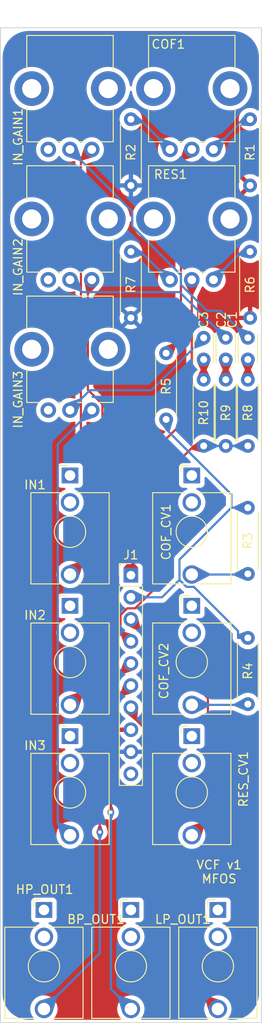
<source format=kicad_pcb>
(kicad_pcb (version 20221018) (generator pcbnew)
  (layers (0 "F.Cu" signal) (1 "In1.Cu" power) (2 "In2.Cu" power) (31 "B.Cu" signal) (34 "B.Paste" user) (35 "F.Paste" user) (36 "B.SilkS" user "B.Silkscreen") (37 "F.SilkS" user "F.Silkscreen") (38 "B.Mask" user) (39 "F.Mask" user) (44 "Edge.Cuts" user))
  (net 0 "")
  (net 1 "GND")
  (net 2 "BP")
  (net 3 "Net-(COF_CV1-PadT)")
  (net 4 "Net-(COF_CV2-PadT)")
  (net 5 "HP")
  (net 6 "Net-(IN1-PadT)")
  (net 7 "Net-(IN2-PadT)")
  (net 8 "Net-(IN3-PadT)")
  (net 9 "RES")
  (net 10 "CV{slash}CO")
  (net 11 "XRES")
  (net 12 "AIN")
  (net 13 "LP")
  (net 14 "+12V")
  (net 15 "-12V")
  (net 16 "Net-(COF1-Pad1)")
  (net 17 "Net-(COF1-Pad2)")
  (net 18 "Net-(COF1-Pad3)")
  (net 19 "Net-(C1-Pad1)")
  (net 20 "Net-(C1-Pad2)")
  (net 21 "Net-(C2-Pad1)")
  (net 22 "Net-(C2-Pad2)")
  (net 23 "Net-(C3-Pad1)")
  (net 24 "Net-(C3-Pad2)")
  (net 25 "Net-(R6-Pad1)")
  (net 26 "Net-(R7-Pad2)")
  (footprint "Library:Potentiometer_Bourns_PTV09A-1_Single_Vertical" (layer "F.Cu") (at 22 29 180)
    (fp_text reference "RES1" (at 2.442 5.124 180) (layer "F.SilkS"))
    (fp_text value "R_Potentiometer_MountingPin")
    (pad "1" thru_hole circle (at -2.5 -7 90) (size 1.8 1.8) (drill 1) (layers "*.Cu" "*.Mask") (net 25 "Net-(R6-Pad1)"))
    (pad "2" thru_hole circle (at 0 -7 90) (size 1.8 1.8) (drill 1) (layers "*.Cu" "*.Mask") (net 9 "RES"))
    (pad "3" thru_hole circle (at 2.5 -7 90) (size 1.8 1.8) (drill 1) (layers "*.Cu" "*.Mask") (net 26 "Net-(R7-Pad2)"))
    (pad "MP" thru_hole circle (at -4.4 0 90) (size 4 4) (drill 2.2) (layers "*.Cu" "*.Mask") (net 1 "GND"))
    (pad "MP" thru_hole circle (at 4.4 0 90) (size 4 4) (drill 2.2) (layers "*.Cu" "*.Mask") (net 1 "GND"))
  )
  (footprint "Library:R_Axial_DIN0207_L6.3mm_D2.5mm_P7.62mm_Horizontal" (layer "F.Cu") (at 28.448 47.498 -90)
    (fp_text reference "R8" (at 3.81 0 90) (layer "F.SilkS"))
    (fp_text value "1M")
    (pad "1" thru_hole circle (at 0 0 270) (size 1.6 1.6) (drill 0.8) (layers "*.Cu" "*.Mask") (net 20 "Net-(C1-Pad2)"))
    (pad "2" thru_hole oval (at 7.62 0 270) (size 1.6 1.6) (drill 0.8) (layers "*.Cu" "*.Mask") (net 12 "AIN"))
  )
  (footprint "Library:Potentiometer_Bourns_PTV09A-1_Single_Vertical" (layer "F.Cu") (at 22 14 180)
    (fp_text reference "COF1" (at 2.696 5.11 180) (layer "F.SilkS"))
    (fp_text value "R_Potentiometer_MountingPin")
    (pad "1" thru_hole circle (at -2.5 -7 90) (size 1.8 1.8) (drill 1) (layers "*.Cu" "*.Mask") (net 16 "Net-(COF1-Pad1)"))
    (pad "2" thru_hole circle (at 0 -7 90) (size 1.8 1.8) (drill 1) (layers "*.Cu" "*.Mask") (net 17 "Net-(COF1-Pad2)"))
    (pad "3" thru_hole circle (at 2.5 -7 90) (size 1.8 1.8) (drill 1) (layers "*.Cu" "*.Mask") (net 18 "Net-(COF1-Pad3)"))
    (pad "MP" thru_hole circle (at -4.4 0 90) (size 4 4) (drill 2.2) (layers "*.Cu" "*.Mask") (net 1 "GND"))
    (pad "MP" thru_hole circle (at 4.4 0 90) (size 4 4) (drill 2.2) (layers "*.Cu" "*.Mask") (net 1 "GND"))
  )
  (footprint "Library:R_Axial_DIN0207_L6.3mm_D2.5mm_P7.62mm_Horizontal" (layer "F.Cu") (at 19.05 44.45 -90)
    (fp_text reference "R5" (at 3.81 0 90) (layer "F.SilkS"))
    (fp_text value "100K")
    (pad "1" thru_hole circle (at 0 0 270) (size 1.6 1.6) (drill 0.8) (layers "*.Cu" "*.Mask") (net 17 "Net-(COF1-Pad2)"))
    (pad "2" thru_hole oval (at 7.62 0 270) (size 1.6 1.6) (drill 0.8) (layers "*.Cu" "*.Mask") (net 10 "CV{slash}CO"))
  )
  (footprint "Library:R_Axial_DIN0207_L6.3mm_D2.5mm_P7.62mm_Horizontal" (layer "F.Cu") (at 25.908 47.498 -90)
    (fp_text reference "R9" (at 3.81 0 90) (layer "F.SilkS"))
    (fp_text value "1M")
    (pad "1" thru_hole circle (at 0 0 270) (size 1.6 1.6) (drill 0.8) (layers "*.Cu" "*.Mask") (net 22 "Net-(C2-Pad2)"))
    (pad "2" thru_hole oval (at 7.62 0 270) (size 1.6 1.6) (drill 0.8) (layers "*.Cu" "*.Mask") (net 12 "AIN"))
  )
  (footprint "Library:R_Axial_DIN0207_L6.3mm_D2.5mm_P7.62mm_Horizontal" (layer "F.Cu") (at 23.368 47.498 -90)
    (fp_text reference "R10" (at 3.81 0 90) (layer "F.SilkS"))
    (fp_text value "1M")
    (pad "1" thru_hole circle (at 0 0 270) (size 1.6 1.6) (drill 0.8) (layers "*.Cu" "*.Mask") (net 24 "Net-(C3-Pad2)"))
    (pad "2" thru_hole oval (at 7.62 0 270) (size 1.6 1.6) (drill 0.8) (layers "*.Cu" "*.Mask") (net 12 "AIN"))
  )
  (footprint "Library:Jack_3.5mm_QingPu_WQP-PJ398SM_Vertical_CircularHoles" (layer "F.Cu") (at 22 65)
    (fp_text reference "COF_CV1" (at -2.95 0.024 -90) (layer "F.SilkS"))
    (fp_text value "AudioJack2")
    (pad "S" thru_hole rect (at 0 -6.48 180) (size 1.93 1.83) (drill 1.22) (layers "*.Cu" "*.Mask") (net 1 "GND"))
    (pad "T" thru_hole circle (at 0 4.92 180) (size 2.13 2.13) (drill 1.43) (layers "*.Cu" "*.Mask") (net 3 "Net-(COF_CV1-PadT)"))
    (pad "TN" thru_hole circle (at 0 -3.38 180) (size 2.13 2.13) (drill 1.42) (layers "*.Cu" "*.Mask"))
    (zone (net 0) (net_name "") (layer "F.Cu") (connect_pads (clearance 0)) (min_thickness 0.254)
      (keepout (tracks not_allowed) (vias not_allowed) (pads not_allowed) (copperpour not_allowed) (footprints not_allowed))
      (fill (thermal_gap 0.508) (thermal_bridge_width 0.508))
      (polygon (pts (xy 23.505141 65) (xy 23.48493 64.754171) (xy 23.424841 64.514945) (xy 23.326486 64.288744) (xy 23.192508 64.081645) (xy 23.026504 63.89921) (xy 22.832932 63.746336) (xy 22.616992 63.627131) (xy 22.384482 63.544794) (xy 22.141646 63.501539) (xy 21.895007 63.498525) (xy 21.651187 63.535835) (xy 21.416734 63.612466) (xy 21.197946 63.72636) (xy 21.000697 63.874458) (xy 20.830286 64.052784) (xy 20.691288 64.256548) (xy 20.587436 64.480278) (xy 20.521519 64.717965) (xy 20.495308 64.963226) (xy 20.509507 65.209475) (xy 20.563734 65.450099) (xy 20.656532 65.678634) (xy 20.785411 65.888945) (xy 20.946908 66.075382) (xy 21.136687 66.232939) (xy 21.34965 66.357385) (xy 21.580079 66.445377) (xy 21.821785 66.494553) (xy 22.068278 66.503592) (xy 22.312936 66.47225) (xy 22.549191 66.40137) (xy 22.770697 66.292856) (xy 22.971505 66.149621) (xy 23.146223 65.975512) (xy 23.290158 65.775205) (xy 23.399445 65.554079) (xy 23.471149 65.318074) (xy 23.503344 65.073526)))
    )
  )
  (footprint "Library:R_Axial_DIN0207_L6.3mm_D2.5mm_P7.62mm_Horizontal" (layer "F.Cu") (at 28.702 25.146 90)
    (fp_text reference "R1" (at 3.81 0 90) (layer "F.SilkS"))
    (fp_text value "33K")
    (pad "1" thru_hole circle (at 0 0 90) (size 1.6 1.6) (drill 0.8) (layers "*.Cu" "*.Mask") (net 14 "+12V"))
    (pad "2" thru_hole oval (at 7.62 0 90) (size 1.6 1.6) (drill 0.8) (layers "*.Cu" "*.Mask") (net 16 "Net-(COF1-Pad1)"))
  )
  (footprint "Library:Jack_3.5mm_QingPu_WQP-PJ398SM_Vertical_CircularHoles" (layer "F.Cu") (at 8 65)
    (fp_text reference "IN1" (at -4.03 -5.4 180) (layer "F.SilkS"))
    (fp_text value "AudioJack2")
    (pad "S" thru_hole rect (at 0 -6.48 180) (size 1.93 1.83) (drill 1.22) (layers "*.Cu" "*.Mask") (net 1 "GND"))
    (pad "T" thru_hole circle (at 0 4.92 180) (size 2.13 2.13) (drill 1.43) (layers "*.Cu" "*.Mask") (net 6 "Net-(IN1-PadT)"))
    (pad "TN" thru_hole circle (at 0 -3.38 180) (size 2.13 2.13) (drill 1.42) (layers "*.Cu" "*.Mask"))
    (zone (net 0) (net_name "") (layer "F.Cu") (connect_pads (clearance 0)) (min_thickness 0.254)
      (keepout (tracks not_allowed) (vias not_allowed) (pads not_allowed) (copperpour not_allowed) (footprints not_allowed))
      (fill (thermal_gap 0.508) (thermal_bridge_width 0.508))
      (polygon (pts (xy 9.505141 65) (xy 9.48493 64.754171) (xy 9.424841 64.514945) (xy 9.326486 64.288744) (xy 9.192508 64.081645) (xy 9.026504 63.89921) (xy 8.832932 63.746336) (xy 8.616992 63.627131) (xy 8.384482 63.544794) (xy 8.141646 63.501539) (xy 7.895007 63.498525) (xy 7.651187 63.535835) (xy 7.416734 63.612466) (xy 7.197946 63.72636) (xy 7.000697 63.874458) (xy 6.830286 64.052784) (xy 6.691288 64.256548) (xy 6.587436 64.480278) (xy 6.521519 64.717965) (xy 6.495308 64.963226) (xy 6.509507 65.209475) (xy 6.563734 65.450099) (xy 6.656532 65.678634) (xy 6.785411 65.888945) (xy 6.946908 66.075382) (xy 7.136687 66.232939) (xy 7.34965 66.357385) (xy 7.580079 66.445377) (xy 7.821785 66.494553) (xy 8.068278 66.503592) (xy 8.312936 66.47225) (xy 8.549191 66.40137) (xy 8.770697 66.292856) (xy 8.971505 66.149621) (xy 9.146223 65.975512) (xy 9.290158 65.775205) (xy 9.399445 65.554079) (xy 9.471149 65.318074) (xy 9.503344 65.073526)))
    )
  )
  (footprint "Library:Jack_3.5mm_QingPu_WQP-PJ398SM_Vertical_CircularHoles" (layer "F.Cu") (at 25 115)
    (fp_text reference "LP_OUT1" (at -4.03 -5.4 180) (layer "F.SilkS"))
    (fp_text value "AudioJack2")
    (pad "S" thru_hole rect (at 0 -6.48 180) (size 1.93 1.83) (drill 1.22) (layers "*.Cu" "*.Mask") (net 1 "GND"))
    (pad "T" thru_hole circle (at 0 4.92 180) (size 2.13 2.13) (drill 1.43) (layers "*.Cu" "*.Mask") (net 13 "LP"))
    (pad "TN" thru_hole circle (at 0 -3.38 180) (size 2.13 2.13) (drill 1.42) (layers "*.Cu" "*.Mask"))
    (zone (net 0) (net_name "") (layer "F.Cu") (connect_pads (clearance 0)) (min_thickness 0.254)
      (keepout (tracks not_allowed) (vias not_allowed) (pads not_allowed) (copperpour not_allowed) (footprints not_allowed))
      (fill (thermal_gap 0.508) (thermal_bridge_width 0.508))
      (polygon (pts (xy 26.505141 115) (xy 26.48493 114.754171) (xy 26.424841 114.514945) (xy 26.326486 114.288744) (xy 26.192508 114.081645) (xy 26.026504 113.89921) (xy 25.832932 113.746336) (xy 25.616992 113.627131) (xy 25.384482 113.544794) (xy 25.141646 113.501539) (xy 24.895007 113.498525) (xy 24.651187 113.535835) (xy 24.416734 113.612466) (xy 24.197946 113.72636) (xy 24.000697 113.874458) (xy 23.830286 114.052784) (xy 23.691288 114.256548) (xy 23.587436 114.480278) (xy 23.521519 114.717965) (xy 23.495308 114.963226) (xy 23.509507 115.209475) (xy 23.563734 115.450099) (xy 23.656532 115.678634) (xy 23.785411 115.888945) (xy 23.946908 116.075382) (xy 24.136687 116.232939) (xy 24.34965 116.357385) (xy 24.580079 116.445377) (xy 24.821785 116.494553) (xy 25.068278 116.503592) (xy 25.312936 116.47225) (xy 25.549191 116.40137) (xy 25.770697 116.292856) (xy 25.971505 116.149621) (xy 26.146223 115.975512) (xy 26.290158 115.775205) (xy 26.399445 115.554079) (xy 26.471149 115.318074) (xy 26.503344 115.073526)))
    )
  )
  (footprint "Library:R_Axial_DIN0207_L6.3mm_D2.5mm_P7.62mm_Horizontal" (layer "F.Cu") (at 28.448 84.836 90)
    (fp_text reference "R4" (at 3.81 0 90) (layer "F.SilkS"))
    (fp_text value "100K")
    (pad "1" thru_hole circle (at 0 0 90) (size 1.6 1.6) (drill 0.8) (layers "*.Cu" "*.Mask") (net 4 "Net-(COF_CV2-PadT)"))
    (pad "2" thru_hole oval (at 7.62 0 90) (size 1.6 1.6) (drill 0.8) (layers "*.Cu" "*.Mask") (net 10 "CV{slash}CO"))
  )
  (footprint "Library:Jack_3.5mm_QingPu_WQP-PJ398SM_Vertical_CircularHoles" (layer "F.Cu") (at 15 115)
    (fp_text reference "BP_OUT1" (at -4.03 -5.4 180) (layer "F.SilkS"))
    (fp_text value "AudioJack2")
    (pad "S" thru_hole rect (at 0 -6.48 180) (size 1.93 1.83) (drill 1.22) (layers "*.Cu" "*.Mask") (net 1 "GND"))
    (pad "T" thru_hole circle (at 0 4.92 180) (size 2.13 2.13) (drill 1.43) (layers "*.Cu" "*.Mask") (net 2 "BP"))
    (pad "TN" thru_hole circle (at 0 -3.38 180) (size 2.13 2.13) (drill 1.42) (layers "*.Cu" "*.Mask"))
    (zone (net 0) (net_name "") (layer "F.Cu") (connect_pads (clearance 0)) (min_thickness 0.254)
      (keepout (tracks not_allowed) (vias not_allowed) (pads not_allowed) (copperpour not_allowed) (footprints not_allowed))
      (fill (thermal_gap 0.508) (thermal_bridge_width 0.508))
      (polygon (pts (xy 16.505141 115) (xy 16.48493 114.754171) (xy 16.424841 114.514945) (xy 16.326486 114.288744) (xy 16.192508 114.081645) (xy 16.026504 113.89921) (xy 15.832932 113.746336) (xy 15.616992 113.627131) (xy 15.384482 113.544794) (xy 15.141646 113.501539) (xy 14.895007 113.498525) (xy 14.651187 113.535835) (xy 14.416734 113.612466) (xy 14.197946 113.72636) (xy 14.000697 113.874458) (xy 13.830286 114.052784) (xy 13.691288 114.256548) (xy 13.587436 114.480278) (xy 13.521519 114.717965) (xy 13.495308 114.963226) (xy 13.509507 115.209475) (xy 13.563734 115.450099) (xy 13.656532 115.678634) (xy 13.785411 115.888945) (xy 13.946908 116.075382) (xy 14.136687 116.232939) (xy 14.34965 116.357385) (xy 14.580079 116.445377) (xy 14.821785 116.494553) (xy 15.068278 116.503592) (xy 15.312936 116.47225) (xy 15.549191 116.40137) (xy 15.770697 116.292856) (xy 15.971505 116.149621) (xy 16.146223 115.975512) (xy 16.290158 115.775205) (xy 16.399445 115.554079) (xy 16.471149 115.318074) (xy 16.503344 115.073526)))
    )
  )
  (footprint "Library:Jack_3.5mm_QingPu_WQP-PJ398SM_Vertical_CircularHoles" (layer "F.Cu") (at 8 80)
    (fp_text reference "IN2" (at -4.03 -5.4 180) (layer "F.SilkS"))
    (fp_text value "AudioJack2")
    (pad "S" thru_hole rect (at 0 -6.48 180) (size 1.93 1.83) (drill 1.22) (layers "*.Cu" "*.Mask") (net 1 "GND"))
    (pad "T" thru_hole circle (at 0 4.92 180) (size 2.13 2.13) (drill 1.43) (layers "*.Cu" "*.Mask") (net 7 "Net-(IN2-PadT)"))
    (pad "TN" thru_hole circle (at 0 -3.38 180) (size 2.13 2.13) (drill 1.42) (layers "*.Cu" "*.Mask"))
    (zone (net 0) (net_name "") (layer "F.Cu") (connect_pads (clearance 0)) (min_thickness 0.254)
      (keepout (tracks not_allowed) (vias not_allowed) (pads not_allowed) (copperpour not_allowed) (footprints not_allowed))
      (fill (thermal_gap 0.508) (thermal_bridge_width 0.508))
      (polygon (pts (xy 9.505141 80) (xy 9.48493 79.754171) (xy 9.424841 79.514945) (xy 9.326486 79.288744) (xy 9.192508 79.081645) (xy 9.026504 78.89921) (xy 8.832932 78.746336) (xy 8.616992 78.627131) (xy 8.384482 78.544794) (xy 8.141646 78.501539) (xy 7.895007 78.498525) (xy 7.651187 78.535835) (xy 7.416734 78.612466) (xy 7.197946 78.72636) (xy 7.000697 78.874458) (xy 6.830286 79.052784) (xy 6.691288 79.256548) (xy 6.587436 79.480278) (xy 6.521519 79.717965) (xy 6.495308 79.963226) (xy 6.509507 80.209475) (xy 6.563734 80.450099) (xy 6.656532 80.678634) (xy 6.785411 80.888945) (xy 6.946908 81.075382) (xy 7.136687 81.232939) (xy 7.34965 81.357385) (xy 7.580079 81.445377) (xy 7.821785 81.494553) (xy 8.068278 81.503592) (xy 8.312936 81.47225) (xy 8.549191 81.40137) (xy 8.770697 81.292856) (xy 8.971505 81.149621) (xy 9.146223 80.975512) (xy 9.290158 80.775205) (xy 9.399445 80.554079) (xy 9.471149 80.318074) (xy 9.503344 80.073526)))
    )
  )
  (footprint "Library:Jack_3.5mm_QingPu_WQP-PJ398SM_Vertical_CircularHoles" (layer "F.Cu") (at 8 95)
    (fp_text reference "IN3" (at -4.03 -5.4 180) (layer "F.SilkS"))
    (fp_text value "AudioJack2")
    (pad "S" thru_hole rect (at 0 -6.48 180) (size 1.93 1.83) (drill 1.22) (layers "*.Cu" "*.Mask") (net 1 "GND"))
    (pad "T" thru_hole circle (at 0 4.92 180) (size 2.13 2.13) (drill 1.43) (layers "*.Cu" "*.Mask") (net 8 "Net-(IN3-PadT)"))
    (pad "TN" thru_hole circle (at 0 -3.38 180) (size 2.13 2.13) (drill 1.42) (layers "*.Cu" "*.Mask"))
    (zone (net 0) (net_name "") (layer "F.Cu") (connect_pads (clearance 0)) (min_thickness 0.254)
      (keepout (tracks not_allowed) (vias not_allowed) (pads not_allowed) (copperpour not_allowed) (footprints not_allowed))
      (fill (thermal_gap 0.508) (thermal_bridge_width 0.508))
      (polygon (pts (xy 9.505141 95) (xy 9.48493 94.754171) (xy 9.424841 94.514945) (xy 9.326486 94.288744) (xy 9.192508 94.081645) (xy 9.026504 93.89921) (xy 8.832932 93.746336) (xy 8.616992 93.627131) (xy 8.384482 93.544794) (xy 8.141646 93.501539) (xy 7.895007 93.498525) (xy 7.651187 93.535835) (xy 7.416734 93.612466) (xy 7.197946 93.72636) (xy 7.000697 93.874458) (xy 6.830286 94.052784) (xy 6.691288 94.256548) (xy 6.587436 94.480278) (xy 6.521519 94.717965) (xy 6.495308 94.963226) (xy 6.509507 95.209475) (xy 6.563734 95.450099) (xy 6.656532 95.678634) (xy 6.785411 95.888945) (xy 6.946908 96.075382) (xy 7.136687 96.232939) (xy 7.34965 96.357385) (xy 7.580079 96.445377) (xy 7.821785 96.494553) (xy 8.068278 96.503592) (xy 8.312936 96.47225) (xy 8.549191 96.40137) (xy 8.770697 96.292856) (xy 8.971505 96.149621) (xy 9.146223 95.975512) (xy 9.290158 95.775205) (xy 9.399445 95.554079) (xy 9.471149 95.318074) (xy 9.503344 95.073526)))
    )
  )
  (footprint "Library:Potentiometer_Bourns_PTV09A-1_Single_Vertical" (layer "F.Cu") (at 8 44 180)
    (fp_text reference "IN_GAIN3" (at 5.968 -5.784 90) (layer "F.SilkS"))
    (fp_text value "R_Potentiometer_MountingPin")
    (pad "1" thru_hole circle (at -2.5 -7 90) (size 1.8 1.8) (drill 1) (layers "*.Cu" "*.Mask") (net 8 "Net-(IN3-PadT)"))
    (pad "2" thru_hole circle (at 0 -7 90) (size 1.8 1.8) (drill 1) (layers "*.Cu" "*.Mask") (net 23 "Net-(C3-Pad1)"))
    (pad "3" thru_hole circle (at 2.5 -7 90) (size 1.8 1.8) (drill 1) (layers "*.Cu" "*.Mask") (net 1 "GND"))
    (pad "MP" thru_hole circle (at -4.4 0 90) (size 4 4) (drill 2.2) (layers "*.Cu" "*.Mask") (net 1 "GND"))
    (pad "MP" thru_hole circle (at 4.4 0 90) (size 4 4) (drill 2.2) (layers "*.Cu" "*.Mask") (net 1 "GND"))
  )
  (footprint "Library:R_Axial_DIN0207_L6.3mm_D2.5mm_P7.62mm_Horizontal" (layer "F.Cu") (at 15 17.526 -90)
    (fp_text reference "R2" (at 3.81 0 90) (layer "F.SilkS"))
    (fp_text value "33K")
    (pad "1" thru_hole circle (at 0 0 270) (size 1.6 1.6) (drill 0.8) (layers "*.Cu" "*.Mask") (net 18 "Net-(COF1-Pad3)"))
    (pad "2" thru_hole oval (at 7.62 0 270) (size 1.6 1.6) (drill 0.8) (layers "*.Cu" "*.Mask") (net 15 "-12V"))
  )
  (footprint "Capacitor_THT:C_Disc_D3.0mm_W2.0mm_P2.50mm" (layer "F.Cu") (at 25.908 42.672 -90)
    (fp_text reference "C2" (at -2.032 0.508 90) (layer "F.SilkS"))
    (fp_text value "100nF")
    (pad "1" thru_hole circle (at 0 0 270) (size 1.6 1.6) (drill 0.8) (layers "*.Cu" "*.Mask") (net 21 "Net-(C2-Pad1)"))
    (pad "2" thru_hole circle (at 2.5 0 270) (size 1.6 1.6) (drill 0.8) (layers "*.Cu" "*.Mask") (net 22 "Net-(C2-Pad2)"))
  )
  (footprint "Library:Potentiometer_Bourns_PTV09A-1_Single_Vertical" (layer "F.Cu") (at 8 29 180)
    (fp_text reference "IN_GAIN2" (at 5.968 -5.544 90) (layer "F.SilkS"))
    (fp_text value "R_Potentiometer_MountingPin")
    (pad "1" thru_hole circle (at -2.5 -7 90) (size 1.8 1.8) (drill 1) (layers "*.Cu" "*.Mask") (net 7 "Net-(IN2-PadT)"))
    (pad "2" thru_hole circle (at 0 -7 90) (size 1.8 1.8) (drill 1) (layers "*.Cu" "*.Mask") (net 21 "Net-(C2-Pad1)"))
    (pad "3" thru_hole circle (at 2.5 -7 90) (size 1.8 1.8) (drill 1) (layers "*.Cu" "*.Mask") (net 1 "GND"))
    (pad "MP" thru_hole circle (at -4.4 0 90) (size 4 4) (drill 2.2) (layers "*.Cu" "*.Mask") (net 1 "GND"))
    (pad "MP" thru_hole circle (at 4.4 0 90) (size 4 4) (drill 2.2) (layers "*.Cu" "*.Mask") (net 1 "GND"))
  )
  (footprint "Library:Jack_3.5mm_QingPu_WQP-PJ398SM_Vertical_CircularHoles" (layer "F.Cu") (at 22 80)
    (fp_text reference "COF_CV2" (at -3.204 1.026 -90) (layer "F.SilkS"))
    (fp_text value "AudioJack2")
    (pad "S" thru_hole rect (at 0 -6.48 180) (size 1.93 1.83) (drill 1.22) (layers "*.Cu" "*.Mask") (net 1 "GND"))
    (pad "T" thru_hole circle (at 0 4.92 180) (size 2.13 2.13) (drill 1.43) (layers "*.Cu" "*.Mask") (net 4 "Net-(COF_CV2-PadT)"))
    (pad "TN" thru_hole circle (at 0 -3.38 180) (size 2.13 2.13) (drill 1.42) (layers "*.Cu" "*.Mask"))
    (zone (net 0) (net_name "") (layer "F.Cu") (connect_pads (clearance 0)) (min_thickness 0.254)
      (keepout (tracks not_allowed) (vias not_allowed) (pads not_allowed) (copperpour not_allowed) (footprints not_allowed))
      (fill (thermal_gap 0.508) (thermal_bridge_width 0.508))
      (polygon (pts (xy 23.505141 80) (xy 23.48493 79.754171) (xy 23.424841 79.514945) (xy 23.326486 79.288744) (xy 23.192508 79.081645) (xy 23.026504 78.89921) (xy 22.832932 78.746336) (xy 22.616992 78.627131) (xy 22.384482 78.544794) (xy 22.141646 78.501539) (xy 21.895007 78.498525) (xy 21.651187 78.535835) (xy 21.416734 78.612466) (xy 21.197946 78.72636) (xy 21.000697 78.874458) (xy 20.830286 79.052784) (xy 20.691288 79.256548) (xy 20.587436 79.480278) (xy 20.521519 79.717965) (xy 20.495308 79.963226) (xy 20.509507 80.209475) (xy 20.563734 80.450099) (xy 20.656532 80.678634) (xy 20.785411 80.888945) (xy 20.946908 81.075382) (xy 21.136687 81.232939) (xy 21.34965 81.357385) (xy 21.580079 81.445377) (xy 21.821785 81.494553) (xy 22.068278 81.503592) (xy 22.312936 81.47225) (xy 22.549191 81.40137) (xy 22.770697 81.292856) (xy 22.971505 81.149621) (xy 23.146223 80.975512) (xy 23.290158 80.775205) (xy 23.399445 80.554079) (xy 23.471149 80.318074) (xy 23.503344 80.073526)))
    )
  )
  (footprint "Connector_PinHeader_2.54mm:PinHeader_1x10_P2.54mm_Vertical" (layer "F.Cu") (at 15 70)
    (fp_text reference "J1" (at 0 -2.33) (layer "F.SilkS"))
    (fp_text value "Conn_01x10")
    (pad "1" thru_hole rect (at 0 0) (size 1.7 1.7) (drill 1) (layers "*.Cu" "*.Mask") (net 9 "RES"))
    (pad "2" thru_hole oval (at 0 2.54) (size 1.7 1.7) (drill 1) (layers "*.Cu" "*.Mask") (net 10 "CV{slash}CO"))
    (pad "3" thru_hole oval (at 0 5.08) (size 1.7 1.7) (drill 1) (layers "*.Cu" "*.Mask") (net 11 "XRES"))
    (pad "4" thru_hole oval (at 0 7.62) (size 1.7 1.7) (drill 1) (layers "*.Cu" "*.Mask") (net 12 "AIN"))
    (pad "5" thru_hole oval (at 0 10.16) (size 1.7 1.7) (drill 1) (layers "*.Cu" "*.Mask") (net 5 "HP"))
    (pad "6" thru_hole oval (at 0 12.7) (size 1.7 1.7) (drill 1) (layers "*.Cu" "*.Mask") (net 2 "BP"))
    (pad "7" thru_hole oval (at 0 15.24) (size 1.7 1.7) (drill 1) (layers "*.Cu" "*.Mask") (net 13 "LP"))
    (pad "8" thru_hole oval (at 0 17.78) (size 1.7 1.7) (drill 1) (layers "*.Cu" "*.Mask") (net 14 "+12V"))
    (pad "9" thru_hole oval (at 0 20.32) (size 1.7 1.7) (drill 1) (layers "*.Cu" "*.Mask") (net 15 "-12V"))
    (pad "10" thru_hole oval (at 0 22.86) (size 1.7 1.7) (drill 1) (layers "*.Cu" "*.Mask") (net 1 "GND"))
  )
  (footprint "Capacitor_THT:C_Disc_D3.0mm_W2.0mm_P2.50mm" (layer "F.Cu") (at 23.368 42.672 -90)
    (fp_text reference "C3" (at -2.052 0 90) (layer "F.SilkS"))
    (fp_text value "100nF")
    (pad "1" thru_hole circle (at 0 0 270) (size 1.6 1.6) (drill 0.8) (layers "*.Cu" "*.Mask") (net 23 "Net-(C3-Pad1)"))
    (pad "2" thru_hole circle (at 2.5 0 270) (size 1.6 1.6) (drill 0.8) (layers "*.Cu" "*.Mask") (net 24 "Net-(C3-Pad2)"))
  )
  (footprint "Library:R_Axial_DIN0207_L6.3mm_D2.5mm_P7.62mm_Horizontal" (layer "F.Cu") (at 15 40.386 90)
    (fp_text reference "R7" (at 3.81 0 90) (layer "F.SilkS"))
    (fp_text value "49.9K")
    (pad "1" thru_hole circle (at 0 0 90) (size 1.6 1.6) (drill 0.8) (layers "*.Cu" "*.Mask") (net 15 "-12V"))
    (pad "2" thru_hole oval (at 7.62 0 90) (size 1.6 1.6) (drill 0.8) (layers "*.Cu" "*.Mask") (net 26 "Net-(R7-Pad2)"))
  )
  (footprint "Library:Jack_3.5mm_QingPu_WQP-PJ398SM_Vertical_CircularHoles" (layer "F.Cu") (at 22 95)
    (fp_text reference "RES_CV1" (at 5.94 -1.528 -90) (layer "F.SilkS"))
    (fp_text value "AudioJack2")
    (pad "S" thru_hole rect (at 0 -6.48 180) (size 1.93 1.83) (drill 1.22) (layers "*.Cu" "*.Mask") (net 1 "GND"))
    (pad "T" thru_hole circle (at 0 4.92 180) (size 2.13 2.13) (drill 1.43) (layers "*.Cu" "*.Mask") (net 11 "XRES"))
    (pad "TN" thru_hole circle (at 0 -3.38 180) (size 2.13 2.13) (drill 1.42) (layers "*.Cu" "*.Mask"))
    (zone (net 0) (net_name "") (layer "F.Cu") (connect_pads (clearance 0)) (min_thickness 0.254)
      (keepout (tracks not_allowed) (vias not_allowed) (pads not_allowed) (copperpour not_allowed) (footprints not_allowed))
      (fill (thermal_gap 0.508) (thermal_bridge_width 0.508))
      (polygon (pts (xy 23.505141 95) (xy 23.48493 94.754171) (xy 23.424841 94.514945) (xy 23.326486 94.288744) (xy 23.192508 94.081645) (xy 23.026504 93.89921) (xy 22.832932 93.746336) (xy 22.616992 93.627131) (xy 22.384482 93.544794) (xy 22.141646 93.501539) (xy 21.895007 93.498525) (xy 21.651187 93.535835) (xy 21.416734 93.612466) (xy 21.197946 93.72636) (xy 21.000697 93.874458) (xy 20.830286 94.052784) (xy 20.691288 94.256548) (xy 20.587436 94.480278) (xy 20.521519 94.717965) (xy 20.495308 94.963226) (xy 20.509507 95.209475) (xy 20.563734 95.450099) (xy 20.656532 95.678634) (xy 20.785411 95.888945) (xy 20.946908 96.075382) (xy 21.136687 96.232939) (xy 21.34965 96.357385) (xy 21.580079 96.445377) (xy 21.821785 96.494553) (xy 22.068278 96.503592) (xy 22.312936 96.47225) (xy 22.549191 96.40137) (xy 22.770697 96.292856) (xy 22.971505 96.149621) (xy 23.146223 95.975512) (xy 23.290158 95.775205) (xy 23.399445 95.554079) (xy 23.471149 95.318074) (xy 23.503344 95.073526)))
    )
  )
  (footprint "Library:Jack_3.5mm_QingPu_WQP-PJ398SM_Vertical_CircularHoles" (layer "F.Cu") (at 5 115)
    (fp_text reference "HP_OUT1" (at 0.08 -8.828 180) (layer "F.SilkS"))
    (fp_text value "AudioJack2")
    (pad "S" thru_hole rect (at 0 -6.48 180) (size 1.93 1.83) (drill 1.22) (layers "*.Cu" "*.Mask") (net 1 "GND"))
    (pad "T" thru_hole circle (at 0 4.92 180) (size 2.13 2.13) (drill 1.43) (layers "*.Cu" "*.Mask") (net 5 "HP"))
    (pad "TN" thru_hole circle (at 0 -3.38 180) (size 2.13 2.13) (drill 1.42) (layers "*.Cu" "*.Mask"))
    (zone (net 0) (net_name "") (layer "F.Cu") (connect_pads (clearance 0)) (min_thickness 0.254)
      (keepout (tracks not_allowed) (vias not_allowed) (pads not_allowed) (copperpour not_allowed) (footprints not_allowed))
      (fill (thermal_gap 0.508) (thermal_bridge_width 0.508))
      (polygon (pts (xy 6.505141 115) (xy 6.48493 114.754171) (xy 6.424841 114.514945) (xy 6.326486 114.288744) (xy 6.192508 114.081645) (xy 6.026504 113.89921) (xy 5.832932 113.746336) (xy 5.616992 113.627131) (xy 5.384482 113.544794) (xy 5.141646 113.501539) (xy 4.895007 113.498525) (xy 4.651187 113.535835) (xy 4.416734 113.612466) (xy 4.197946 113.72636) (xy 4.000697 113.874458) (xy 3.830286 114.052784) (xy 3.691288 114.256548) (xy 3.587436 114.480278) (xy 3.521519 114.717965) (xy 3.495308 114.963226) (xy 3.509507 115.209475) (xy 3.563734 115.450099) (xy 3.656532 115.678634) (xy 3.785411 115.888945) (xy 3.946908 116.075382) (xy 4.136687 116.232939) (xy 4.34965 116.357385) (xy 4.580079 116.445377) (xy 4.821785 116.494553) (xy 5.068278 116.503592) (xy 5.312936 116.47225) (xy 5.549191 116.40137) (xy 5.770697 116.292856) (xy 5.971505 116.149621) (xy 6.146223 115.975512) (xy 6.290158 115.775205) (xy 6.399445 115.554079) (xy 6.471149 115.318074) (xy 6.503344 115.073526)))
    )
  )
  (footprint "Library:R_Axial_DIN0207_L6.3mm_D2.5mm_P7.62mm_Horizontal" (layer "F.Cu") (at 28.448 69.85 90)
    (fp_text reference "R3" (at 3.81 0 90) (layer "F.SilkS"))
    (fp_text value "100K")
    (pad "1" thru_hole circle (at 0 0 90) (size 1.6 1.6) (drill 0.8) (layers "*.Cu" "*.Mask") (net 3 "Net-(COF_CV1-PadT)"))
    (pad "2" thru_hole oval (at 7.62 0 90) (size 1.6 1.6) (drill 0.8) (layers "*.Cu" "*.Mask") (net 10 "CV{slash}CO"))
  )
  (footprint "Library:R_Axial_DIN0207_L6.3mm_D2.5mm_P7.62mm_Horizontal" (layer "F.Cu") (at 28.702 32.766 -90)
    (fp_text reference "R6" (at 3.81 0 90) (layer "F.SilkS"))
    (fp_text value "49.9K")
    (pad "1" thru_hole circle (at 0 0 270) (size 1.6 1.6) (drill 0.8) (layers "*.Cu" "*.Mask") (net 25 "Net-(R6-Pad1)"))
    (pad "2" thru_hole oval (at 7.62 0 270) (size 1.6 1.6) (drill 0.8) (layers "*.Cu" "*.Mask") (net 14 "+12V"))
  )
  (footprint "Library:Potentiometer_Bourns_PTV09A-1_Single_Vertical" (layer "F.Cu") (at 8 14 180)
    (fp_text reference "IN_GAIN1" (at 5.968 -5.558 90) (layer "F.SilkS"))
    (fp_text value "R_Potentiometer_MountingPin")
    (pad "1" thru_hole circle (at -2.5 -7 90) (size 1.8 1.8) (drill 1) (layers "*.Cu" "*.Mask") (net 6 "Net-(IN1-PadT)"))
    (pad "2" thru_hole circle (at 0 -7 90) (size 1.8 1.8) (drill 1) (layers "*.Cu" "*.Mask") (net 19 "Net-(C1-Pad1)"))
    (pad "3" thru_hole circle (at 2.5 -7 90) (size 1.8 1.8) (drill 1) (layers "*.Cu" "*.Mask") (net 1 "GND"))
    (pad "MP" thru_hole circle (at -4.4 0 90) (size 4 4) (drill 2.2) (layers "*.Cu" "*.Mask") (net 1 "GND"))
    (pad "MP" thru_hole circle (at 4.4 0 90) (size 4 4) (drill 2.2) (layers "*.Cu" "*.Mask") (net 1 "GND"))
  )
  (footprint "Capacitor_THT:C_Disc_D3.0mm_W2.0mm_P2.50mm" (layer "F.Cu") (at 28.448 42.672 -90)
    (fp_text reference "C1" (at -2.072 1.778 90) (layer "F.SilkS"))
    (fp_text value "100nF")
    (pad "1" thru_hole circle (at 0 0 270) (size 1.6 1.6) (drill 0.8) (layers "*.Cu" "*.Mask") (net 19 "Net-(C1-Pad1)"))
    (pad "2" thru_hole circle (at 2.5 0 270) (size 1.6 1.6) (drill 0.8) (layers "*.Cu" "*.Mask") (net 20 "Net-(C1-Pad2)"))
  )
  (gr_rect (start 0 7) (end 30 121.5) (stroke (width 0.1)) (fill none) (layer "Edge.Cuts"))
  (gr_text "VCF v1\nMFOS" (at 25.146 104.14) (layer "F.SilkS") (effects (font (size 1 1))))
  (segment (start 12.7 85) (end 15 82.7) (width 0.25) (layer "F.Cu") (net 2))
  (segment (start 12.7 85) (end 12.7 97.282) (width 0.25) (layer "F.Cu") (net 2))
  (via (at 12.7 97.282) (size 0.8) (drill 0.4) (layers "F.Cu" "B.Cu") (net 2))
  (segment (start 12.7 97.282) (end 12.7 117.62) (width 0.25) (layer "B.Cu") (net 2))
  (segment (start 12.7 117.62) (end 15 119.92) (width 0.25) (layer "B.Cu") (net 2))
  (segment (start 28.378 69.92) (end 28.448 69.85) (width 0.25) (layer "B.Cu") (net 3))
  (segment (start 22 69.92) (end 28.378 69.92) (width 0.25) (layer "B.Cu") (net 3))
  (segment (start 28.364 84.92) (end 28.448 84.836) (width 0.25) (layer "B.Cu") (net 4))
  (segment (start 22 84.92) (end 28.364 84.92) (width 0.25) (layer "B.Cu") (net 4))
  (segment (start 11.43 83.73) (end 15 80.16) (width 0.25) (layer "F.Cu") (net 5))
  (segment (start 11.43 99.568) (end 11.43 83.73) (width 0.25) (layer "F.Cu") (net 5))
  (via (at 11.43 99.568) (size 0.8) (drill 0.4) (layers "F.Cu" "B.Cu") (net 5))
  (segment (start 11.43 113.49) (end 5 119.92) (width 0.25) (layer "B.Cu") (net 5))
  (segment (start 11.43 113.49) (end 11.43 99.568) (width 0.25) (layer "B.Cu") (net 5))
  (segment (start 9.25 22.25) (end 10.5 21) (width 0.25) (layer "F.Cu") (net 6))
  (segment (start 9.8426 68.0774) (end 9.8426 55.0819) (width 0.25) (layer "F.Cu") (net 6))
  (segment (start 9.25 54.4893) (end 9.25 22.25) (width 0.25) (layer "F.Cu") (net 6))
  (segment (start 8 69.92) (end 9.8426 68.0774) (width 0.25) (layer "F.Cu") (net 6))
  (segment (start 9.8426 55.0819) (end 9.25 54.4893) (width 0.25) (layer "F.Cu") (net 6))
  (segment (start 10.0513 36.4487) (end 10.0513 48.658) (width 0.25) (layer "F.Cu") (net 7))
  (segment (start 11.7271 81.1929) (end 8 84.92) (width 0.25) (layer "F.Cu") (net 7))
  (segment (start 10.5 36) (end 10.0513 36.4487) (width 0.25) (layer "F.Cu") (net 7))
  (segment (start 11.7271 50.3338) (end 11.7271 81.1929) (width 0.25) (layer "F.Cu") (net 7))
  (segment (start 10.0513 48.658) (end 11.7271 50.3338) (width 0.25) (layer "F.Cu") (net 7))
  (segment (start 8 99.92) (end 6.5921 98.5121) (width 0.25) (layer "B.Cu") (net 8))
  (segment (start 6.5921 98.5121) (end 6.5921 54.9079) (width 0.25) (layer "B.Cu") (net 8))
  (segment (start 6.5921 54.9079) (end 10.5 51) (width 0.25) (layer "B.Cu") (net 8))
  (segment (start 15 58.3653) (end 15 70) (width 0.25) (layer "F.Cu") (net 9))
  (segment (start 22 51.3653) (end 15 58.3653) (width 0.25) (layer "F.Cu") (net 9))
  (segment (start 22 36) (end 22 51.3653) (width 0.25) (layer "F.Cu") (net 9))
  (segment (start 26.5553 62.23) (end 27.3211 62.23) (width 0.25) (layer "B.Cu") (net 10))
  (segment (start 27.3211 76.4191) (end 22.2428 71.3408) (width 0.25) (layer "B.Cu") (net 10))
  (segment (start 21.3935 71.3408) (end 20.5866 70.5339) (width 0.25) (layer "B.Cu") (net 10))
  (segment (start 22.2428 71.3408) (end 21.3935 71.3408) (width 0.25) (layer "B.Cu") (net 10))
  (segment (start 20.5866 68.1987) (end 26.5553 62.23) (width 0.25) (layer "B.Cu") (net 10))
  (segment (start 28.448 77.216) (end 27.3211 77.216) (width 0.25) (layer "B.Cu") (net 10))
  (segment (start 20.5866 70.5339) (end 20.5866 68.1987) (width 0.25) (layer "B.Cu") (net 10))
  (segment (start 27.3211 77.216) (end 27.3211 76.4191) (width 0.25) (layer "B.Cu") (net 10))
  (segment (start 18.5805 72.54) (end 20.5866 70.5339) (width 0.25) (layer "B.Cu") (net 10))
  (segment (start 16.0635 72.54) (end 18.5805 72.54) (width 0.25) (layer "B.Cu") (net 10))
  (segment (start 26.5553 60.7022) (end 19.05 53.1969) (width 0.25) (layer "B.Cu") (net 10))
  (segment (start 26.5553 62.23) (end 26.5553 60.7022) (width 0.25) (layer "B.Cu") (net 10))
  (segment (start 28.448 62.23) (end 27.3211 62.23) (width 0.25) (layer "B.Cu") (net 10))
  (segment (start 19.05 52.07) (end 19.05 53.1969) (width 0.25) (layer "B.Cu") (net 10))
  (segment (start 15 72.54) (end 16.0635 72.54) (width 0.25) (layer "B.Cu") (net 10))
  (segment (start 23.8542 98.0658) (end 22 99.92) (width 0.25) (layer "F.Cu") (net 11))
  (segment (start 15 75.08) (end 15 75.305252) (width 0.25) (layer "F.Cu") (net 11))
  (segment (start 23.8542 84.159452) (end 23.8542 98.0658) (width 0.25) (layer "F.Cu") (net 11))
  (segment (start 15 75.305252) (end 23.8542 84.159452) (width 0.25) (layer "F.Cu") (net 11))
  (segment (start 13.8048 76.4248) (end 13.8048 74.5913) (width 0.25) (layer "F.Cu") (net 12))
  (segment (start 14.5861 73.81) (end 15.4801 73.81) (width 0.25) (layer "F.Cu") (net 12))
  (segment (start 23.368 55.118) (end 22.2411 55.118) (width 0.25) (layer "F.Cu") (net 12))
  (segment (start 19.2744 70.0157) (end 19.2744 58.0847) (width 0.25) (layer "F.Cu") (net 12))
  (segment (start 15.4801 73.81) (end 19.2744 70.0157) (width 0.25) (layer "F.Cu") (net 12))
  (segment (start 13.8048 74.5913) (end 14.5861 73.81) (width 0.25) (layer "F.Cu") (net 12))
  (segment (start 19.2744 58.0847) (end 22.2411 55.118) (width 0.25) (layer "F.Cu") (net 12))
  (segment (start 15 77.62) (end 13.8048 76.4248) (width 0.25) (layer "F.Cu") (net 12))
  (segment (start 23.368 55.118) (end 23.368 54.5545) (width 0.25) (layer "B.Cu") (net 12))
  (segment (start 28.448 55.118) (end 23.368 55.118) (width 0.25) (layer "B.Cu") (net 12))
  (segment (start 19.9966 114.9166) (end 19.9966 91.0457) (width 0.25) (layer "F.Cu") (net 13))
  (segment (start 19.9966 91.0457) (end 15 86.0491) (width 0.25) (layer "F.Cu") (net 13))
  (segment (start 15 86.0491) (end 15 85.24) (width 0.25) (layer "F.Cu") (net 13))
  (segment (start 25 119.92) (end 19.9966 114.9166) (width 0.25) (layer "F.Cu") (net 13))
  (segment (start 24.5 21) (end 27.974 17.526) (width 0.25) (layer "B.Cu") (net 16))
  (segment (start 27.974 17.526) (end 28.702 17.526) (width 0.25) (layer "B.Cu") (net 16))
  (segment (start 19.05 44.45) (end 20.75 42.75) (width 0.25) (layer "F.Cu") (net 17))
  (segment (start 20.75 22.25) (end 22 21) (width 0.25) (layer "F.Cu") (net 17))
  (segment (start 20.75 42.75) (end 20.75 22.25) (width 0.25) (layer "F.Cu") (net 17))
  (segment (start 16.026 17.526) (end 15 17.526) (width 0.25) (layer "B.Cu") (net 18))
  (segment (start 19.5 21) (end 16.026 17.526) (width 0.25) (layer "B.Cu") (net 18))
  (segment (start 25.3013 39.5653) (end 23.7493 39.5653) (width 0.25) (layer "B.Cu") (net 19))
  (segment (start 15.1593 29.8501) (end 15.1593 28.1593) (width 0.25) (layer "B.Cu") (net 19))
  (segment (start 28.448 42.712) (end 25.3013 39.5653) (width 0.25) (layer "B.Cu") (net 19))
  (segment (start 20.75 35.4408) (end 15.1593 29.8501) (width 0.25) (layer "B.Cu") (net 19))
  (segment (start 20.75 36.566) (end 20.75 35.4408) (width 0.25) (layer "B.Cu") (net 19))
  (segment (start 15.1593 28.1593) (end 8 21) (width 0.25) (layer "B.Cu") (net 19))
  (segment (start 23.7493 39.5653) (end 20.75 36.566) (width 0.25) (layer "B.Cu") (net 19))
  (segment (start 28.448 45.212) (end 28.448 47.498) (width 0.25) (layer "F.Cu") (net 20))
  (segment (start 25.908 42.712) (end 20.6137 37.4177) (width 0.25) (layer "B.Cu") (net 21))
  (segment (start 20.6137 37.4177) (end 9.4177 37.4177) (width 0.25) (layer "B.Cu") (net 21))
  (segment (start 9.4177 37.4177) (end 8 36) (width 0.25) (layer "B.Cu") (net 21))
  (segment (start 25.908 45.212) (end 25.908 47.498) (width 0.25) (layer "F.Cu") (net 22))
  (segment (start 23.368 42.712) (end 17.3705 48.7095) (width 0.25) (layer "B.Cu") (net 23))
  (segment (start 10.2905 48.7095) (end 8 51) (width 0.25) (layer "B.Cu") (net 23))
  (segment (start 17.3705 48.7095) (end 10.2905 48.7095) (width 0.25) (layer "B.Cu") (net 23))
  (segment (start 23.368 45.212) (end 23.368 47.498) (width 0.25) (layer "F.Cu") (net 24))
  (segment (start 28.702 32.766) (end 27.734 32.766) (width 0.25) (layer "B.Cu") (net 25))
  (segment (start 27.734 32.766) (end 24.5 36) (width 0.25) (layer "B.Cu") (net 25))
  (segment (start 15 32.766) (end 16.1269 32.766) (width 0.25) (layer "B.Cu") (net 26))
  (segment (start 19.3609 36) (end 19.5 36) (width 0.25) (layer "B.Cu") (net 26))
  (segment (start 16.1269 32.766) (end 19.3609 36) (width 0.25) (layer "B.Cu") (net 26))
  (zone (net 14) (net_name "+12V") (layer "F.Cu") (priority 1) (connect_pads (clearance 0.5)) (min_thickness 0.25) (fill yes (thermal_gap 0.5) (thermal_bridge_width 0.5) (smoothing fillet) (radius 3))
    (polygon (pts (xy 0.254 7.366) (xy 29.718 7.366) (xy 29.718 121.158) (xy 0.254 121.158)))
  )
  (zone (net 15) (net_name "-12V") (layer "B.Cu") (priority 2) (connect_pads (clearance 0.5)) (min_thickness 0.25) (fill yes (thermal_gap 0.5) (thermal_bridge_width 0.5) (smoothing fillet) (radius 3))
    (polygon (pts (xy 0.254 7.366) (xy 29.718 7.366) (xy 29.718 121.158) (xy 0.254 121.158)))
  )
)
</source>
